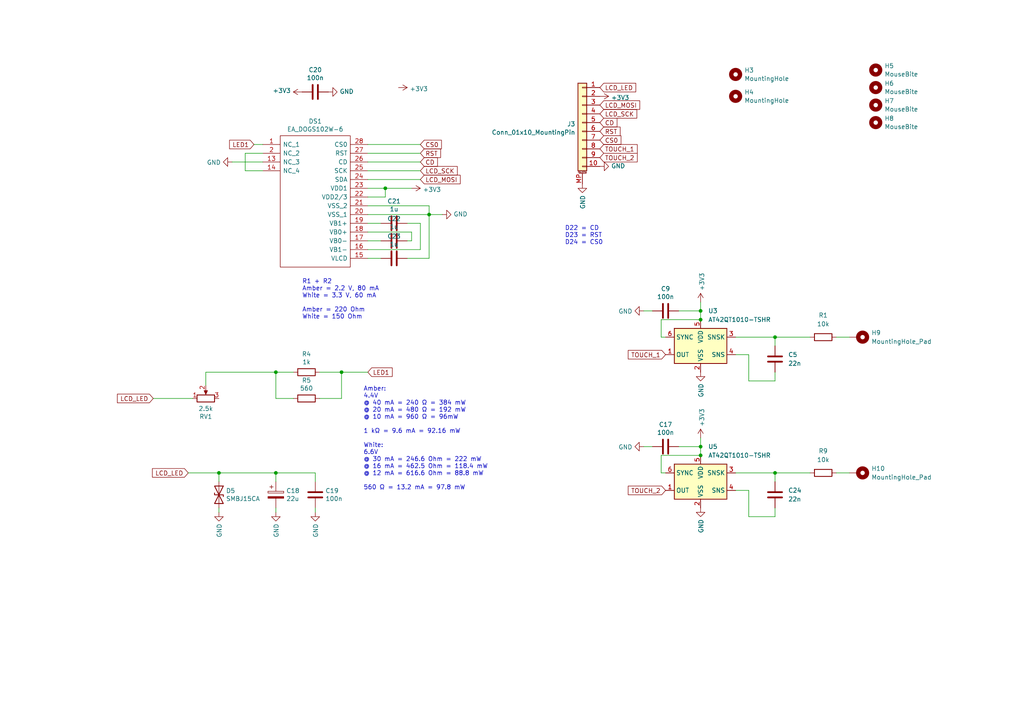
<source format=kicad_sch>
(kicad_sch (version 20230121) (generator eeschema)
  (paper "A4")
  (lib_symbols
    (symbol "Connector_Generic_MountingPin:Conn_01x10_MountingPin" (pin_names (offset 1.016) hide)
      (property "Reference" "J" (at 0 12.7 0))
      (property "Value" "Conn_01x10_MountingPin" (at 1.27 -15.24 0))
      (symbol "Conn_01x10_MountingPin_1_1"
        (rectangle (start -1.27 -12.573) (end 0 -12.827) (stroke (width 0.1524)))
        (rectangle (start -1.27 -10.033) (end 0 -10.287) (stroke (width 0.1524)))
        (rectangle (start -1.27 -7.493) (end 0 -7.747) (stroke (width 0.1524)))
        (rectangle (start -1.27 -4.953) (end 0 -5.207) (stroke (width 0.1524)))
        (rectangle (start -1.27 -2.413) (end 0 -2.667) (stroke (width 0.1524)))
        (rectangle (start -1.27 0.127) (end 0 -0.127) (stroke (width 0.1524)))
        (rectangle (start -1.27 2.667) (end 0 2.413) (stroke (width 0.1524)))
        (rectangle (start -1.27 5.207) (end 0 4.953) (stroke (width 0.1524)))
        (rectangle (start -1.27 7.747) (end 0 7.493) (stroke (width 0.1524)))
        (rectangle (start -1.27 10.287) (end 0 10.033) (stroke (width 0.1524)))
        (rectangle (start -1.27 11.43) (end 1.27 -13.97) (stroke (width 0.254)) (fill (type background)))
        (polyline (pts (xy -1.016 -14.732) (xy 1.016 -14.732)) (stroke (width 0.1524)))
        (text "Mounting" (at 0 -14.351 0) (effects (font (size 0.381 0.381))))
        (pin passive line (at -5.08 10.16 0) (length 3.81) (name "Pin_1") (number "1"))
        (pin passive line (at -5.08 -12.7 0) (length 3.81) (name "Pin_10") (number "10"))
        (pin passive line (at -5.08 7.62 0) (length 3.81) (name "Pin_2") (number "2"))
        (pin passive line (at -5.08 5.08 0) (length 3.81) (name "Pin_3") (number "3"))
        (pin passive line (at -5.08 2.54 0) (length 3.81) (name "Pin_4") (number "4"))
        (pin passive line (at -5.08 0 0) (length 3.81) (name "Pin_5") (number "5"))
        (pin passive line (at -5.08 -2.54 0) (length 3.81) (name "Pin_6") (number "6"))
        (pin passive line (at -5.08 -5.08 0) (length 3.81) (name "Pin_7") (number "7"))
        (pin passive line (at -5.08 -7.62 0) (length 3.81) (name "Pin_8") (number "8"))
        (pin passive line (at -5.08 -10.16 0) (length 3.81) (name "Pin_9") (number "9"))
        (pin passive line (at 0 -17.78 90) (length 3.048) (name "MountPin") (number "MP"))
      )
    )
    (symbol "Device:C" (pin_numbers hide) (pin_names (offset 0.254))
      (property "Reference" "C" (at 0.635 2.54 0))
      (property "Value" "C" (at 0.635 -2.54 0))
      (symbol "C_0_1"
        (polyline (pts (xy -2.032 -0.762) (xy 2.032 -0.762)) (stroke (width 0.508)))
        (polyline (pts (xy -2.032 0.762) (xy 2.032 0.762)) (stroke (width 0.508)))
      )
      (symbol "C_1_1"
        (pin passive line (at 0 3.81 270) (length 2.794) (name "~") (number "1"))
        (pin passive line (at 0 -3.81 90) (length 2.794) (name "~") (number "2"))
      )
    )
    (symbol "Device:D_TVS" (pin_numbers hide) (pin_names (offset 1.016) hide)
      (property "Reference" "D" (at 0 2.54 0))
      (property "Value" "D_TVS" (at 0 -2.54 0))
      (symbol "D_TVS_0_1"
        (polyline (pts (xy 1.27 0) (xy -1.27 0)))
        (polyline (pts (xy 0.508 1.27) (xy 0 1.27) (xy 0 -1.27) (xy -0.508 -1.27)) (stroke (width 0.254)))
        (polyline (pts (xy -2.54 1.27) (xy -2.54 -1.27) (xy 2.54 1.27) (xy 2.54 -1.27) (xy -2.54 1.27)) (stroke (width 0.254)))
      )
      (symbol "D_TVS_1_1"
        (pin passive line (at -3.81 0 0) (length 2.54) (name "A1") (number "1"))
        (pin passive line (at 3.81 0 180) (length 2.54) (name "A2") (number "2"))
      )
    )
    (symbol "Device:R" (pin_numbers hide) (pin_names (offset 0))
      (property "Reference" "R" (at 2.032 0 90))
      (property "Value" "R" (at 0 0 90))
      (symbol "R_0_1"
        (rectangle (start -1.016 -2.54) (end 1.016 2.54) (stroke (width 0.254)))
      )
      (symbol "R_1_1"
        (pin passive line (at 0 3.81 270) (length 1.27) (name "~") (number "1"))
        (pin passive line (at 0 -3.81 90) (length 1.27) (name "~") (number "2"))
      )
    )
    (symbol "Mechanical:MountingHole" (pin_names (offset 1.016))
      (property "Reference" "H" (at 0 5.08 0))
      (property "Value" "MountingHole" (at 0 3.175 0))
      (symbol "MountingHole_0_1"
        (circle (center 0 0) (radius 1.27) (stroke (width 1.27)))
      )
    )
    (symbol "Mechanical:MountingHole_Pad" (pin_numbers hide) (pin_names (offset 1.016) hide)
      (property "Reference" "H" (at 0 6.35 0))
      (property "Value" "MountingHole_Pad" (at 0 4.445 0))
      (symbol "MountingHole_Pad_0_1"
        (circle (center 0 1.27) (radius 1.27) (stroke (width 1.27)))
      )
      (symbol "MountingHole_Pad_1_1"
        (pin input line (at 0 -2.54 90) (length 2.54) (name "1") (number "1"))
      )
    )
    (symbol "Sensor_Touch:AT42QT1010-TSHR"
      (property "Reference" "U" (at -2.54 8.255 0))
      (property "Value" "AT42QT1010-TSHR" (at -2.54 6.35 0))
      (symbol "AT42QT1010-TSHR_0_1"
        (rectangle (start -7.62 5.08) (end 7.62 -5.08) (stroke (width 0.254)) (fill (type background)))
      )
      (symbol "AT42QT1010-TSHR_1_1"
        (pin output line (at -10.16 -2.54 0) (length 2.54) (name "OUT") (number "1"))
        (pin power_in line (at 0 -7.62 90) (length 2.54) (name "VSS") (number "2"))
        (pin passive line (at 10.16 2.54 180) (length 2.54) (name "SNSK") (number "3"))
        (pin passive line (at 10.16 -2.54 180) (length 2.54) (name "SNS") (number "4"))
        (pin power_in line (at 0 7.62 270) (length 2.54) (name "VDD") (number "5"))
        (pin input line (at -10.16 2.54 0) (length 2.54) (name "SYNC") (number "6"))
      )
    )
    (symbol "dogs102-rescue:+3.3V-power" (power) (pin_names (offset 0))
      (property "Value" "+3.3V-power" (at 0 3.556 0))
      (symbol "+3.3V-power_0_1"
        (polyline (pts (xy -0.762 1.27) (xy 0 2.54)))
        (polyline (pts (xy 0 0) (xy 0 2.54)))
        (polyline (pts (xy 0 2.54) (xy 0.762 1.27)))
      )
      (symbol "+3.3V-power_1_1"
        (pin power_in line (at 0 0 90) (length 0) hide (name "+3V3") (number "1"))
      )
    )
    (symbol "dogs102-rescue:CP-Device" (pin_numbers hide) (pin_names (offset 0.254))
      (property "Reference" "C" (at 0.635 2.54 0))
      (property "Value" "Device_CP" (at 0.635 -2.54 0))
      (symbol "CP-Device_0_1"
        (rectangle (start -2.286 0.508) (end 2.286 1.016))
        (polyline (pts (xy -1.778 2.286) (xy -0.762 2.286)))
        (polyline (pts (xy -1.27 2.794) (xy -1.27 1.778)))
        (rectangle (start 2.286 -0.508) (end -2.286 -1.016) (fill (type outline)))
      )
      (symbol "CP-Device_1_1"
        (pin passive line (at 0 3.81 270) (length 2.794) (name "~") (number "1"))
        (pin passive line (at 0 -3.81 90) (length 2.794) (name "~") (number "2"))
      )
    )
    (symbol "dogs102-rescue:EA_DOGS102W-6-dogs102_n" (pin_names (offset 0.762))
      (property "Reference" "DS" (at 26.67 7.62 0))
      (property "Value" "EA_DOGS102W-6-dogs102_n" (at 26.67 5.08 0))
      (symbol "EA_DOGS102W-6-dogs102_n_0_0"
        (pin unspecified line (at 0 0 0) (length 5.08) (name "NC_1") (number "1"))
        (pin unspecified line (at 0 -5.08 0) (length 5.08) (name "NC_3") (number "13"))
        (pin unspecified line (at 0 -7.62 0) (length 5.08) (name "NC_4") (number "14"))
        (pin unspecified line (at 30.48 -33.02 180) (length 5.08) (name "VLCD") (number "15"))
        (pin unspecified line (at 30.48 -30.48 180) (length 5.08) (name "VB1-") (number "16"))
        (pin unspecified line (at 30.48 -27.94 180) (length 5.08) (name "VB0-") (number "17"))
        (pin unspecified line (at 30.48 -25.4 180) (length 5.08) (name "VB0+") (number "18"))
        (pin unspecified line (at 30.48 -22.86 180) (length 5.08) (name "VB1+") (number "19"))
        (pin unspecified line (at 0 -2.54 0) (length 5.08) (name "NC_2") (number "2"))
        (pin unspecified line (at 30.48 -20.32 180) (length 5.08) (name "VSS_1") (number "20"))
        (pin unspecified line (at 30.48 -17.78 180) (length 5.08) (name "VSS_2") (number "21"))
        (pin unspecified line (at 30.48 -15.24 180) (length 5.08) (name "VDD2/3") (number "22"))
        (pin unspecified line (at 30.48 -12.7 180) (length 5.08) (name "VDD1") (number "23"))
        (pin unspecified line (at 30.48 -10.16 180) (length 5.08) (name "SDA") (number "24"))
        (pin unspecified line (at 30.48 -7.62 180) (length 5.08) (name "SCK") (number "25"))
        (pin unspecified line (at 30.48 -5.08 180) (length 5.08) (name "CD") (number "26"))
        (pin unspecified line (at 30.48 -2.54 180) (length 5.08) (name "RST") (number "27"))
        (pin unspecified line (at 30.48 0 180) (length 5.08) (name "CS0") (number "28"))
      )
      (symbol "EA_DOGS102W-6-dogs102_n_0_1"
        (polyline (pts (xy 5.08 2.54) (xy 25.4 2.54) (xy 25.4 -35.56) (xy 5.08 -35.56) (xy 5.08 2.54)) (stroke (width 0.1524)))
      )
    )
    (symbol "dogs102-rescue:R_POT-Device" (pin_names (offset 1.016) hide)
      (property "Reference" "RV" (at -4.445 0 90))
      (property "Value" "Device_R_POT" (at -2.54 0 90))
      (symbol "R_POT-Device_0_1"
        (polyline (pts (xy 2.54 0) (xy 1.524 0)))
        (polyline (pts (xy 1.143 0) (xy 2.286 0.508) (xy 2.286 -0.508) (xy 1.143 0)) (fill (type outline)))
        (rectangle (start 1.016 2.54) (end -1.016 -2.54) (stroke (width 0.254)))
      )
      (symbol "R_POT-Device_1_1"
        (pin passive line (at 0 3.81 270) (length 1.27) (name "1") (number "1"))
        (pin passive line (at 3.81 0 180) (length 1.27) (name "2") (number "2"))
        (pin passive line (at 0 -3.81 90) (length 1.27) (name "3") (number "3"))
      )
    )
    (symbol "dogs102:DINA4_L" (pin_numbers hide) (pin_names (offset 1.016) hide)
      (symbol "DINA4_L_2_0"
        (polyline (pts (xy 0 0) (xy 0 5.08)))
        (polyline (pts (xy 0 0) (xy 71.12 0)))
        (polyline (pts (xy 0 5.08) (xy 0 15.24)))
        (polyline (pts (xy 0 5.08) (xy 71.12 5.08)))
        (polyline (pts (xy 0 15.24) (xy 0 22.86)))
        (polyline (pts (xy 0 22.86) (xy 0 35.56)))
        (polyline (pts (xy 0 22.86) (xy 101.6 22.86)))
        (polyline (pts (xy 71.12 0) (xy 101.6 0)))
        (polyline (pts (xy 71.12 5.08) (xy 71.12 0)))
        (polyline (pts (xy 71.12 5.08) (xy 87.63 5.08)))
        (polyline (pts (xy 87.63 5.08) (xy 101.6 5.08)))
        (polyline (pts (xy 87.63 15.24) (xy 0 15.24)))
        (polyline (pts (xy 87.63 15.24) (xy 87.63 5.08)))
        (polyline (pts (xy 101.6 5.08) (xy 101.6 0)))
        (polyline (pts (xy 101.6 15.24) (xy 87.63 15.24)))
        (polyline (pts (xy 101.6 15.24) (xy 101.6 5.08)))
        (polyline (pts (xy 101.6 22.86) (xy 101.6 15.24)))
        (polyline (pts (xy 101.6 35.56) (xy 0 35.56)))
        (polyline (pts (xy 101.6 35.56) (xy 101.6 22.86)))
        (text ">DRAWING_NAME" (at 30.48 20.066 0) (effects (font (size 2.032 2.032))))
        (text ">LAST_DATE_TIME" (at 27.3558 2.286 0) (effects (font (size 2.032 2.032))))
        (text ">SHEET" (at 92.2274 2.286 0) (effects (font (size 2.032 2.032))))
        (text "Date:" (at 6.1468 2.286 0) (effects (font (size 2.032 2.032))))
        (text "Document Number:" (at 16.9164 12.446 0) (effects (font (size 2.032 2.032))))
        (text "REV:" (at 92.8116 12.446 0) (effects (font (size 2.032 2.032))))
        (text "Sheet:" (at 78.2574 2.286 0) (effects (font (size 2.032 2.032))))
        (text "TITLE:" (at 7.1374 20.066 0) (effects (font (size 2.032 2.032))))
      )
    )
    (symbol "power:GND" (power) (pin_names (offset 0))
      (property "Value" "GND" (at 0 -3.81 0))
      (symbol "GND_0_1"
        (polyline (pts (xy 0 0) (xy 0 -1.27) (xy 1.27 -1.27) (xy 0 -2.54) (xy -1.27 -1.27) (xy 0 -1.27)))
      )
      (symbol "GND_1_1"
        (pin power_in line (at 0 0 270) (length 0) hide (name "GND") (number "1"))
      )
    )
  )
  (junction (at 111.76 54.61))
  (junction (at 203.2 92.71))
  (junction (at 203.2 132.08))
  (junction (at 203.2 90.17))
  (junction (at 99.06 107.95))
  (junction (at 80.01 137.16))
  (junction (at 224.79 97.79))
  (junction (at 224.79 137.16))
  (junction (at 124.46 62.23))
  (junction (at 63.5 137.16))
  (junction (at 80.01 107.95))
  (junction (at 203.2 129.54))
  (wire (pts (xy 71.12 44.45) (xy 76.2 44.45)))
  (wire (pts (xy 85.09 115.57) (xy 80.01 115.57)))
  (wire (pts (xy 196.85 90.17) (xy 203.2 90.17)))
  (wire (pts (xy 124.46 74.93) (xy 118.11 74.93)))
  (wire (pts (xy 63.5 137.16) (xy 80.01 137.16)))
  (wire (pts (xy 59.69 107.95) (xy 80.01 107.95)))
  (wire (pts (xy 63.5 137.16) (xy 63.5 139.7)))
  (wire (pts (xy 80.01 115.57) (xy 80.01 107.95)))
  (wire (pts (xy 191.77 132.08) (xy 203.2 132.08)))
  (wire (pts (xy 203.2 87.63) (xy 203.2 90.17)))
  (wire (pts (xy 186.69 129.54) (xy 189.23 129.54)))
  (wire (pts (xy 106.68 59.69) (xy 124.46 59.69)))
  (wire (pts (xy 80.01 107.95) (xy 85.09 107.95)))
  (wire (pts (xy 121.92 64.77) (xy 118.11 64.77)))
  (wire (pts (xy 106.68 72.39) (xy 121.92 72.39)))
  (wire (pts (xy 191.77 97.79) (xy 191.77 92.71)))
  (wire (pts (xy 121.92 72.39) (xy 121.92 64.77)))
  (wire (pts (xy 106.68 57.15) (xy 111.76 57.15)))
  (wire (pts (xy 213.36 102.87) (xy 217.17 102.87)))
  (wire (pts (xy 106.68 69.85) (xy 110.49 69.85)))
  (wire (pts (xy 224.79 97.79) (xy 224.79 100.33)))
  (wire (pts (xy 111.76 54.61) (xy 119.38 54.61)))
  (wire (pts (xy 217.17 149.86) (xy 224.79 149.86)))
  (wire (pts (xy 99.06 107.95) (xy 106.68 107.95)))
  (wire (pts (xy 203.2 129.54) (xy 203.2 132.08)))
  (wire (pts (xy 193.04 97.79) (xy 191.77 97.79)))
  (wire (pts (xy 106.68 49.53) (xy 121.92 49.53)))
  (wire (pts (xy 213.36 97.79) (xy 224.79 97.79)))
  (wire (pts (xy 44.45 115.57) (xy 55.88 115.57)))
  (wire (pts (xy 191.77 137.16) (xy 191.77 132.08)))
  (wire (pts (xy 191.77 92.71) (xy 203.2 92.71)))
  (wire (pts (xy 224.79 137.16) (xy 234.95 137.16)))
  (wire (pts (xy 224.79 149.86) (xy 224.79 147.32)))
  (wire (pts (xy 203.2 127) (xy 203.2 129.54)))
  (wire (pts (xy 217.17 142.24) (xy 217.17 149.86)))
  (wire (pts (xy 99.06 115.57) (xy 99.06 107.95)))
  (wire (pts (xy 106.68 62.23) (xy 124.46 62.23)))
  (wire (pts (xy 124.46 59.69) (xy 124.46 62.23)))
  (wire (pts (xy 213.36 142.24) (xy 217.17 142.24)))
  (wire (pts (xy 80.01 137.16) (xy 80.01 139.7)))
  (wire (pts (xy 106.68 52.07) (xy 121.92 52.07)))
  (wire (pts (xy 59.69 107.95) (xy 59.69 111.76)))
  (wire (pts (xy 106.68 64.77) (xy 110.49 64.77)))
  (wire (pts (xy 224.79 110.49) (xy 224.79 107.95)))
  (wire (pts (xy 193.04 137.16) (xy 191.77 137.16)))
  (wire (pts (xy 63.5 147.32) (xy 63.5 148.59)))
  (wire (pts (xy 242.57 97.79) (xy 246.38 97.79)))
  (wire (pts (xy 111.76 57.15) (xy 111.76 54.61)))
  (wire (pts (xy 54.61 137.16) (xy 63.5 137.16)))
  (wire (pts (xy 80.01 147.32) (xy 80.01 148.59)))
  (wire (pts (xy 80.01 137.16) (xy 91.44 137.16)))
  (wire (pts (xy 91.44 147.32) (xy 91.44 148.59)))
  (wire (pts (xy 196.85 129.54) (xy 203.2 129.54)))
  (wire (pts (xy 224.79 137.16) (xy 224.79 139.7)))
  (wire (pts (xy 213.36 137.16) (xy 224.79 137.16)))
  (wire (pts (xy 119.38 69.85) (xy 119.38 67.31)))
  (wire (pts (xy 91.44 137.16) (xy 91.44 139.7)))
  (wire (pts (xy 73.66 41.91) (xy 76.2 41.91)))
  (wire (pts (xy 124.46 62.23) (xy 124.46 74.93)))
  (wire (pts (xy 92.71 107.95) (xy 99.06 107.95)))
  (wire (pts (xy 124.46 62.23) (xy 128.27 62.23)))
  (wire (pts (xy 224.79 97.79) (xy 234.95 97.79)))
  (wire (pts (xy 118.11 69.85) (xy 119.38 69.85)))
  (wire (pts (xy 186.69 90.17) (xy 189.23 90.17)))
  (wire (pts (xy 67.31 46.99) (xy 76.2 46.99)))
  (wire (pts (xy 71.12 49.53) (xy 71.12 44.45)))
  (wire (pts (xy 71.12 49.53) (xy 76.2 49.53)))
  (wire (pts (xy 106.68 41.91) (xy 121.92 41.91)))
  (wire (pts (xy 92.71 115.57) (xy 99.06 115.57)))
  (wire (pts (xy 217.17 110.49) (xy 224.79 110.49)))
  (wire (pts (xy 203.2 90.17) (xy 203.2 92.71)))
  (wire (pts (xy 119.38 67.31) (xy 106.68 67.31)))
  (wire (pts (xy 242.57 137.16) (xy 246.38 137.16)))
  (wire (pts (xy 106.68 74.93) (xy 110.49 74.93)))
  (wire (pts (xy 106.68 46.99) (xy 121.92 46.99)))
  (wire (pts (xy 106.68 44.45) (xy 121.92 44.45)))
  (wire (pts (xy 106.68 54.61) (xy 111.76 54.61)))
  (wire (pts (xy 217.17 102.87) (xy 217.17 110.49)))
  (text "D22 = CD\nD23 = RST\nD24 = CS0" (at 163.83 71.12 0) (effects (font (size 1.27 1.27)) (justify left bottom)))
  (text "Amber:\n4.4V \n@ 40 mA = 240 Ω = 384 mW\n@ 20 mA = 480 Ω = 192 mW\n@ 10 mA = 960 Ω = 96mW\n\n1 kΩ = 9.6 mA = 92.16 mW\n\nWhite:\n6.6V \n@ 30 mA = 246.6 Ohm = 222 mW\n@ 16 mA = 462.5 Ohm = 118.4 mW\n@ 12 mA = 616.6 Ohm = 88.8 mW\n\n560 Ω = 13.2 mA = 97.8 mW" (at 105.41 142.24 0) (effects (font (size 1.27 1.27)) (justify left bottom)))
  (text "R1 + R2\nAmber = 2.2 V, 80 mA\nWhite = 3.3 V, 60 mA\n\nAmber = 220 Ohm\nWhite = 150 Ohm" (at 87.63 92.71 0) (effects (font (size 1.27 1.27)) (justify left bottom)))
  (global_label "CD" (shape input) (at 121.92 46.99 0) (property "Intersheetrefs" "${INTERSHEET_REFS}" (effects hide)))
  (global_label "LCD_MOSI" (shape input) (at 173.99 30.48 0) (property "Intersheetrefs" "${INTERSHEET_REFS}" (effects hide)))
  (global_label "LCD_SCK" (shape input) (at 173.99 33.02 0) (property "Intersheetrefs" "${INTERSHEET_REFS}" (effects hide)))
  (global_label "TOUCH_2" (shape input) (at 173.99 45.72 0) (property "Intersheetrefs" "${INTERSHEET_REFS}" (effects hide)))
  (global_label "RST" (shape input) (at 173.99 38.1 0) (property "Intersheetrefs" "${INTERSHEET_REFS}" (effects hide)))
  (global_label "RST" (shape input) (at 121.92 44.45 0) (property "Intersheetrefs" "${INTERSHEET_REFS}" (effects hide)))
  (global_label "CS0" (shape input) (at 173.99 40.64 0) (property "Intersheetrefs" "${INTERSHEET_REFS}" (effects hide)))
  (global_label "CS0" (shape input) (at 121.92 41.91 0) (property "Intersheetrefs" "${INTERSHEET_REFS}" (effects hide)))
  (global_label "TOUCH_1" (shape input) (at 193.04 102.87 180) (property "Intersheetrefs" "${INTERSHEET_REFS}" (effects hide)))
  (global_label "LCD_MOSI" (shape input) (at 121.92 52.07 0) (property "Intersheetrefs" "${INTERSHEET_REFS}" (effects hide)))
  (global_label "TOUCH_2" (shape input) (at 193.04 142.24 180) (property "Intersheetrefs" "${INTERSHEET_REFS}" (effects hide)))
  (global_label "TOUCH_1" (shape input) (at 173.99 43.18 0) (property "Intersheetrefs" "${INTERSHEET_REFS}" (effects hide)))
  (global_label "LCD_LED" (shape input) (at 44.45 115.57 180) (property "Intersheetrefs" "${INTERSHEET_REFS}" (effects hide)))
  (global_label "CD" (shape input) (at 173.99 35.56 0) (property "Intersheetrefs" "${INTERSHEET_REFS}" (effects hide)))
  (global_label "LED1" (shape input) (at 106.68 107.95 0) (property "Intersheetrefs" "${INTERSHEET_REFS}" (effects hide)))
  (global_label "LCD_SCK" (shape input) (at 121.92 49.53 0) (property "Intersheetrefs" "${INTERSHEET_REFS}" (effects hide)))
  (global_label "LCD_LED" (shape input) (at 54.61 137.16 180) (property "Intersheetrefs" "${INTERSHEET_REFS}" (effects hide)))
  (global_label "LCD_LED" (shape input) (at 173.99 25.4 0) (property "Intersheetrefs" "${INTERSHEET_REFS}" (effects hide)))
  (global_label "LED1" (shape input) (at 73.66 41.91 180) (property "Intersheetrefs" "${INTERSHEET_REFS}" (effects hide)))
  (symbol (lib_id "Device:R") (at 238.76 137.16 90) (unit 1)
    (property "Reference" "R9" (at 238.76 130.81 90))
    (property "Value" "10k" (at 238.76 133.35 90))
    (property "Footprint" "Resistor_SMD:R_0805_2012Metric" (effects hide))
  )
  (symbol (lib_id "power:GND") (at 168.91 53.34 0) (unit 1)
    (property "Reference" "#PWR040" (effects hide))
    (property "Value" "GND" (at 169.037 56.5912 90) (effects (justify right)))
  )
  (symbol (lib_id "Device:R") (at 238.76 97.79 90) (unit 1)
    (property "Reference" "R1" (at 238.76 91.44 90))
    (property "Value" "10k" (at 238.76 93.98 90))
    (property "Footprint" "Resistor_SMD:R_0805_2012Metric" (effects hide))
  )
  (symbol (lib_id "power:GND") (at 186.69 129.54 270) (unit 1)
    (property "Reference" "#PWR034" (effects hide))
    (property "Value" "GND" (at 183.4388 129.667 90) (effects (justify right)))
  )
  (symbol (lib_id "Mechanical:MountingHole") (at 254 35.56 0) (unit 1)
    (property "Reference" "H8" (at 256.54 34.3479 0) (effects (justify left)))
    (property "Value" "MouseBite" (at 256.54 36.7721 0) (effects (justify left)))
    (property "Footprint" "fiz-o-matic:mouse-bite-1mm-slot" (effects hide))
  )
  (symbol (lib_id "dogs102-rescue:+3.3V-power") (at 87.63 26.67 90) (unit 1)
    (property "Reference" "#PWR028" (effects hide))
    (property "Value" "+3.3V" (at 84.3788 26.289 90) (effects (justify left)))
  )
  (symbol (lib_id "Device:C") (at 193.04 90.17 270) (unit 1)
    (property "Reference" "C9" (at 193.04 83.7692 90))
    (property "Value" "100n" (at 193.04 86.0806 90))
    (property "Footprint" "Capacitor_SMD:C_0805_2012Metric" (effects hide))
    (property "Price" "0.09" (effects hide))
  )
  (symbol (lib_id "Mechanical:MountingHole") (at 213.36 27.94 0) (unit 1)
    (property "Reference" "H4" (at 215.9 26.7279 0) (effects (justify left)))
    (property "Value" "MountingHole" (at 215.9 29.1521 0) (effects (justify left)))
    (property "Footprint" "MountingHole:MountingHole_2.2mm_M2" (effects hide))
  )
  (symbol (lib_id "Device:C") (at 114.3 64.77 270) (unit 1)
    (property "Reference" "C21" (at 114.3 58.3692 90))
    (property "Value" "1u" (at 114.3 60.6806 90))
    (property "Footprint" "Capacitor_SMD:C_0805_2012Metric" (effects hide))
    (property "Price" "0.34" (effects hide))
    (property "RS Price/Stock" "0,34" (effects hide))
  )
  (symbol (lib_id "Device:C") (at 193.04 129.54 270) (unit 1)
    (property "Reference" "C17" (at 193.04 123.1392 90))
    (property "Value" "100n" (at 193.04 125.4506 90))
    (property "Footprint" "Capacitor_SMD:C_0805_2012Metric" (effects hide))
    (property "Price" "0.09" (effects hide))
  )
  (symbol (lib_id "dogs102-rescue:R_POT-Device") (at 59.69 115.57 90) (unit 1)
    (property "Reference" "RV1" (at 59.69 120.8278 90))
    (property "Value" "2.5k" (at 59.69 118.5164 90))
    (property "Footprint" "Potentiometer_THT:Potentiometer_Piher_PT-6-V_Vertical_Hole" (effects hide))
  )
  (symbol (lib_id "dogs102-rescue:+3.3V-power") (at 203.2 87.63 0) (unit 1)
    (property "Reference" "#PWR09" (effects hide))
    (property "Value" "+3.3V" (at 203.581 84.3788 90) (effects (justify left)))
  )
  (symbol (lib_id "Device:C") (at 224.79 104.14 0) (unit 1)
    (property "Reference" "C5" (at 228.6 102.87 0) (effects (justify left)))
    (property "Value" "22n" (at 228.6 105.41 0) (effects (justify left)))
    (property "Footprint" "Capacitor_SMD:C_0805_2012Metric" (effects hide))
  )
  (symbol (lib_id "Mechanical:MountingHole") (at 213.36 21.59 0) (unit 1)
    (property "Reference" "H3" (at 215.9 20.3779 0) (effects (justify left)))
    (property "Value" "MountingHole" (at 215.9 22.8021 0) (effects (justify left)))
    (property "Footprint" "MountingHole:MountingHole_2.2mm_M2" (effects hide))
  )
  (symbol (lib_id "power:GND") (at 63.5 148.59 0) (unit 1)
    (property "Reference" "#PWR022" (effects hide))
    (property "Value" "GND" (at 63.627 151.8412 90) (effects (justify right)))
  )
  (symbol (lib_id "power:GND") (at 173.99 48.26 90) (unit 1)
    (property "Reference" "#PWR042" (effects hide))
    (property "Value" "GND" (at 177.2412 48.133 90) (effects (justify right)))
  )
  (symbol (lib_id "Device:C") (at 114.3 69.85 270) (unit 1)
    (property "Reference" "C22" (at 114.3 63.4492 90))
    (property "Value" "1u" (at 114.3 65.7606 90))
    (property "Footprint" "Capacitor_SMD:C_0805_2012Metric" (effects hide))
    (property "Price" "0.34" (effects hide))
    (property "RS Price/Stock" "0,34" (effects hide))
  )
  (symbol (lib_id "dogs102-rescue:+3.3V-power") (at 119.38 54.61 270) (unit 1)
    (property "Reference" "#PWR037" (effects hide))
    (property "Value" "+3.3V" (at 122.6312 54.991 90) (effects (justify left)))
  )
  (symbol (lib_id "dogs102-rescue:CP-Device") (at 80.01 143.51 0) (unit 1)
    (property "Reference" "C18" (at 83.0072 142.3416 0) (effects (justify left)))
    (property "Value" "22u" (at 83.0072 144.653 0) (effects (justify left)))
    (property "Footprint" "Capacitor_SMD:CP_Elec_5x3" (effects hide))
    (property "Price" "0.19" (effects hide))
  )
  (symbol (lib_id "dogs102:DINA4_L") (at 35.56 208.28 0) (unit 1)
    (property "Reference" "#FRAME1" (effects hide))
  )
  (symbol (lib_id "Device:R") (at 88.9 107.95 270) (unit 1)
    (property "Reference" "R4" (at 88.9 102.6922 90))
    (property "Value" "1k" (at 88.9 105.0036 90))
    (property "Footprint" "Resistor_SMD:R_0805_2012Metric" (effects hide))
    (property "Price" "0.09" (effects hide))
  )
  (symbol (lib_id "Connector_Generic_MountingPin:Conn_01x10_MountingPin") (at 168.91 35.56 0) (mirror y) (unit 1)
    (property "Reference" "J3" (at 166.878 35.9735 0) (effects (justify left)))
    (property "Value" "Conn_01x10_MountingPin" (at 166.878 38.3977 0) (effects (justify left)))
    (property "Footprint" "Connector_JST:JST_SH_SM10B-SRSS-TB_1x10-1MP_P1.00mm_Horizontal" (effects hide))
    (property "Price" "0.97" (effects hide))
  )
  (symbol (lib_id "power:GND") (at 203.2 147.32 0) (unit 1)
    (property "Reference" "#PWR044" (effects hide))
    (property "Value" "GND" (at 203.327 150.5712 90) (effects (justify right)))
  )
  (symbol (lib_id "Device:R") (at 88.9 115.57 270) (unit 1)
    (property "Reference" "R5" (at 88.9 110.3122 90))
    (property "Value" "560" (at 88.9 112.6236 90))
    (property "Footprint" "Resistor_SMD:R_0805_2012Metric" (effects hide))
    (property "Price" "0.09" (effects hide))
  )
  (symbol (lib_id "Mechanical:MountingHole_Pad") (at 248.92 97.79 270) (unit 1)
    (property "Reference" "H9" (at 252.73 96.52 90) (effects (justify left)))
    (property "Value" "MountingHole_Pad" (at 252.73 99.06 90) (effects (justify left)))
    (property "Footprint" "MountingHole:MountingHole_2.2mm_M2_Pad" (effects hide))
  )
  (symbol (lib_id "Device:C") (at 114.3 74.93 270) (unit 1)
    (property "Reference" "C23" (at 114.3 68.5292 90))
    (property "Value" "1u" (at 114.3 70.8406 90))
    (property "Footprint" "Capacitor_SMD:C_0805_2012Metric" (effects hide))
    (property "Price" "0.34" (effects hide))
    (property "RS Price/Stock" "0,34" (effects hide))
  )
  (symbol (lib_id "power:GND") (at 80.01 148.59 0) (unit 1)
    (property "Reference" "#PWR023" (effects hide))
    (property "Value" "GND" (at 80.137 151.8412 90) (effects (justify right)))
  )
  (symbol (lib_id "Mechanical:MountingHole") (at 254 25.4 0) (unit 1)
    (property "Reference" "H6" (at 256.54 24.1879 0) (effects (justify left)))
    (property "Value" "MouseBite" (at 256.54 26.6121 0) (effects (justify left)))
    (property "Footprint" "fiz-o-matic:mouse-bite-1mm-slot" (effects hide))
  )
  (symbol (lib_id "dogs102-rescue:+3.3V-power") (at 173.99 27.94 270) (unit 1)
    (property "Reference" "#PWR041" (effects hide))
    (property "Value" "+3.3V" (at 177.2412 28.321 90) (effects (justify left)))
  )
  (symbol (lib_id "Mechanical:MountingHole") (at 254 20.32 0) (unit 1)
    (property "Reference" "H5" (at 256.54 19.1079 0) (effects (justify left)))
    (property "Value" "MouseBite" (at 256.54 21.5321 0) (effects (justify left)))
    (property "Footprint" "fiz-o-matic:mouse-bite-1mm-slot" (effects hide))
  )
  (symbol (lib_id "Mechanical:MountingHole") (at 254 30.48 0) (unit 1)
    (property "Reference" "H7" (at 256.54 29.2679 0) (effects (justify left)))
    (property "Value" "MouseBite" (at 256.54 31.6921 0) (effects (justify left)))
    (property "Footprint" "fiz-o-matic:mouse-bite-1mm-slot" (effects hide))
  )
  (symbol (lib_id "Device:C") (at 224.79 143.51 0) (unit 1)
    (property "Reference" "C24" (at 228.6 142.24 0) (effects (justify left)))
    (property "Value" "22n" (at 228.6 144.78 0) (effects (justify left)))
    (property "Footprint" "Capacitor_SMD:C_0805_2012Metric" (effects hide))
  )
  (symbol (lib_id "Mechanical:MountingHole_Pad") (at 248.92 137.16 270) (unit 1)
    (property "Reference" "H10" (at 252.73 135.89 90) (effects (justify left)))
    (property "Value" "MountingHole_Pad" (at 252.73 138.43 90) (effects (justify left)))
    (property "Footprint" "MountingHole:MountingHole_2.2mm_M2_Pad" (effects hide))
  )
  (symbol (lib_id "Device:D_TVS") (at 63.5 143.51 270) (unit 1)
    (property "Reference" "D5" (at 65.532 142.3416 90) (effects (justify left)))
    (property "Value" "SMBJ15CA" (at 65.532 144.653 90) (effects (justify left)))
    (property "Footprint" "Diode_SMD:D_SMB" (effects hide))
    (property "Price" "0.37" (effects hide))
  )
  (symbol (lib_id "power:GND") (at 203.2 107.95 0) (unit 1)
    (property "Reference" "#PWR08" (effects hide))
    (property "Value" "GND" (at 203.327 111.2012 90) (effects (justify right)))
  )
  (symbol (lib_id "Sensor_Touch:AT42QT1010-TSHR") (at 203.2 100.33 0) (unit 1)
    (property "Reference" "U3" (at 205.3941 90.17 0) (effects (justify left)))
    (property "Value" "AT42QT1010-TSHR" (at 205.3941 92.71 0) (effects (justify left)))
    (property "Footprint" "Package_TO_SOT_SMD:SOT-23-6" (effects hide))
    (property "Datasheet" "http://ww1.microchip.com/downloads/en/DeviceDoc/40001946A.pdf" (effects hide))
  )
  (symbol (lib_id "dogs102-rescue:EA_DOGS102W-6-dogs102_n") (at 76.2 41.91 0) (unit 1)
    (property "Reference" "DS1" (at 91.44 35.179 0))
    (property "Value" "EA_DOGS102W-6" (at 91.44 37.4904 0))
    (property "Footprint" "fiz-o-matic:EA-DOGS102W-6" (effects hide))
    (property "Datasheet" "http://www.lcd-module.com/eng/pdf/grafik/dogs102-6e.pdf" (effects hide))
    (property "Description" "LCD Graphic Display Modules & Accessories FSTN (+) Transflect White Background" (effects hide))
    (property "Manufacturer_Name" "ELECTRONIC ASSEMBLY" (effects hide))
    (property "Manufacturer_Part_Number" "EA DOGS102W-6" (effects hide))
    (property "Mouser Part Number" "790-EADOGS102W-6" (effects hide))
    (property "Mouser Price/Stock" "https://www.mouser.com/Search/Refine.aspx?Keyword=790-EADOGS102W-6" (effects hide))
    (property "Price" "25.80" (effects hide))
  )
  (symbol (lib_id "dogs102-rescue:+3.3V-power") (at 115.57 25.4 270) (unit 1)
    (property "Reference" "#PWR036" (effects hide))
    (property "Value" "+3.3V" (at 118.8212 25.781 90) (effects (justify left)))
  )
  (symbol (lib_id "power:GND") (at 67.31 46.99 270) (unit 1)
    (property "Reference" "#PWR033" (effects hide))
    (property "Value" "GND" (at 64.0588 47.117 90) (effects (justify right)))
  )
  (symbol (lib_id "Device:C") (at 91.44 143.51 0) (unit 1)
    (property "Reference" "C19" (at 94.361 142.3416 0) (effects (justify left)))
    (property "Value" "100n" (at 94.361 144.653 0) (effects (justify left)))
    (property "Footprint" "Capacitor_SMD:C_0805_2012Metric" (effects hide))
    (property "Price" "0.09" (effects hide))
  )
  (symbol (lib_id "power:GND") (at 95.25 26.67 90) (unit 1)
    (property "Reference" "#PWR032" (effects hide))
    (property "Value" "GND" (at 98.5012 26.543 90) (effects (justify right)))
  )
  (symbol (lib_id "power:GND") (at 91.44 148.59 0) (unit 1)
    (property "Reference" "#PWR024" (effects hide))
    (property "Value" "GND" (at 91.567 151.8412 90) (effects (justify right)))
  )
  (symbol (lib_id "power:GND") (at 128.27 62.23 90) (unit 1)
    (property "Reference" "#PWR038" (effects hide))
    (property "Value" "GND" (at 131.5212 62.103 90) (effects (justify right)))
  )
  (symbol (lib_id "power:GND") (at 186.69 90.17 270) (unit 1)
    (property "Reference" "#PWR027" (effects hide))
    (property "Value" "GND" (at 183.4388 90.297 90) (effects (justify right)))
  )
  (symbol (lib_id "Device:C") (at 91.44 26.67 270) (unit 1)
    (property "Reference" "C20" (at 91.44 20.2692 90))
    (property "Value" "100n" (at 91.44 22.5806 90))
    (property "Footprint" "Capacitor_SMD:C_0805_2012Metric" (effects hide))
    (property "Price" "0.09" (effects hide))
  )
  (symbol (lib_id "Sensor_Touch:AT42QT1010-TSHR") (at 203.2 139.7 0) (unit 1)
    (property "Reference" "U5" (at 205.3941 129.54 0) (effects (justify left)))
    (property "Value" "AT42QT1010-TSHR" (at 205.3941 132.08 0) (effects (justify left)))
    (property "Footprint" "Package_TO_SOT_SMD:SOT-23-6" (effects hide))
    (property "Datasheet" "http://ww1.microchip.com/downloads/en/DeviceDoc/40001946A.pdf" (effects hide))
  )
  (symbol (lib_id "dogs102-rescue:+3.3V-power") (at 203.2 127 0) (unit 1)
    (property "Reference" "#PWR043" (effects hide))
    (property "Value" "+3.3V" (at 203.581 123.7488 90) (effects (justify left)))
  )
)
</source>
